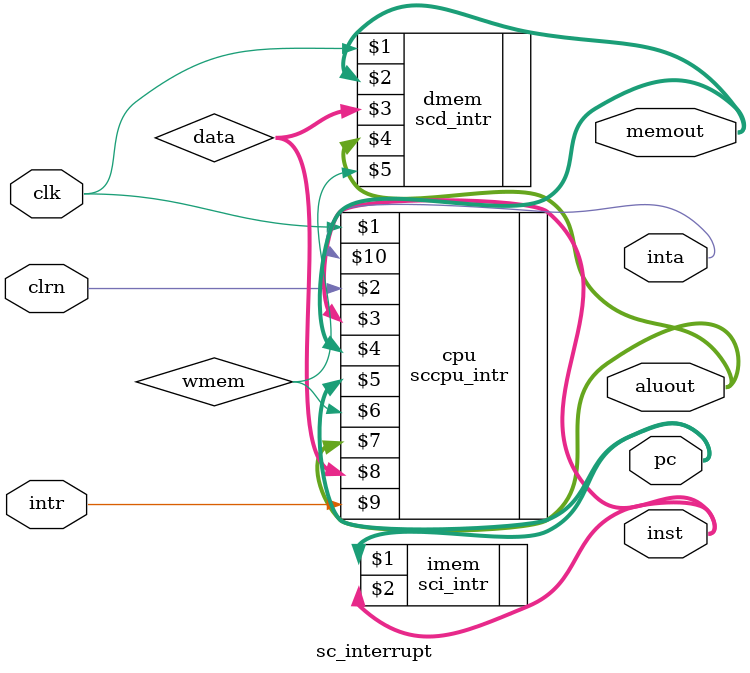
<source format=v>
`include "sccpu_intr.v"
`include "sci_intr.v"
`include "scd_intr.v"

module sc_interrupt (clk, clrn, inst, pc, aluout, memout, intr, inta);
// module sc_interrupt (clk, clrn,i nst, pc, aluout, memout, memclk, intr, inta);
    input         clk, clrn;
    // input         memclk;
    input         intr;
    output         inta;
    output [31:0] pc;
    output [31:0] inst;
    output [31:0] aluout;
    output [31:0] memout;
    wire   [31:0] data;
    wire          wmem;

    // 单周期CPU模块_带中断与异常处理
    // 输入：inst, memout, clk, clrn
    // 输入取出的指令 以及 取出的数据
    // 输出：pc, aluout, data, wmem
    // 下一条PC的地址，计算结果（如果需要操作mem则为地址否则没用），要写入mem的data
    sccpu_intr cpu (clk, clrn, inst, memout, pc, wmem, aluout, data, intr, inta);
    // instruction memory 指令存储器模块
    // 输入：pc  pc为地址
    // 输出：inst  取出的指令
    sci_intr imem (pc, inst);
    // data memory 数据存储器模块
    // 输入：clk, wmem, data, aluout
    // 如果需要写入 wmem时，aluout 作为写入的地址
    // wmem 写存储器使能
    // data 要写入的值
    // 输出：memout
    // 写入和读取都使用一个地址
    scd_intr dmem (clk,memout,data,aluout,wmem);
    // new
    // scd_intr dm (memout,data,aluout,wmem,memclk);

endmodule

</source>
